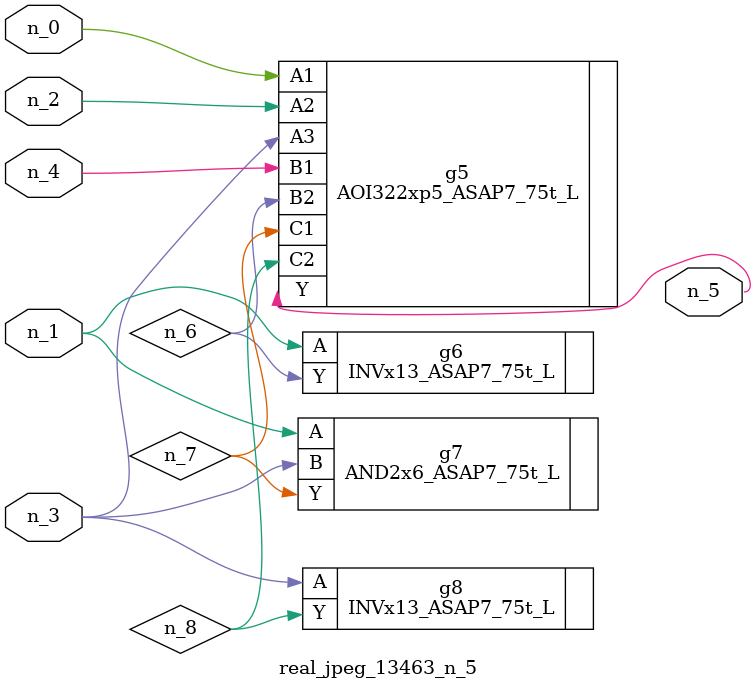
<source format=v>
module real_jpeg_13463_n_5 (n_4, n_0, n_1, n_2, n_3, n_5);

input n_4;
input n_0;
input n_1;
input n_2;
input n_3;

output n_5;

wire n_8;
wire n_6;
wire n_7;

AOI322xp5_ASAP7_75t_L g5 ( 
.A1(n_0),
.A2(n_2),
.A3(n_3),
.B1(n_4),
.B2(n_6),
.C1(n_7),
.C2(n_8),
.Y(n_5)
);

INVx13_ASAP7_75t_L g6 ( 
.A(n_1),
.Y(n_6)
);

AND2x6_ASAP7_75t_L g7 ( 
.A(n_1),
.B(n_3),
.Y(n_7)
);

INVx13_ASAP7_75t_L g8 ( 
.A(n_3),
.Y(n_8)
);


endmodule
</source>
